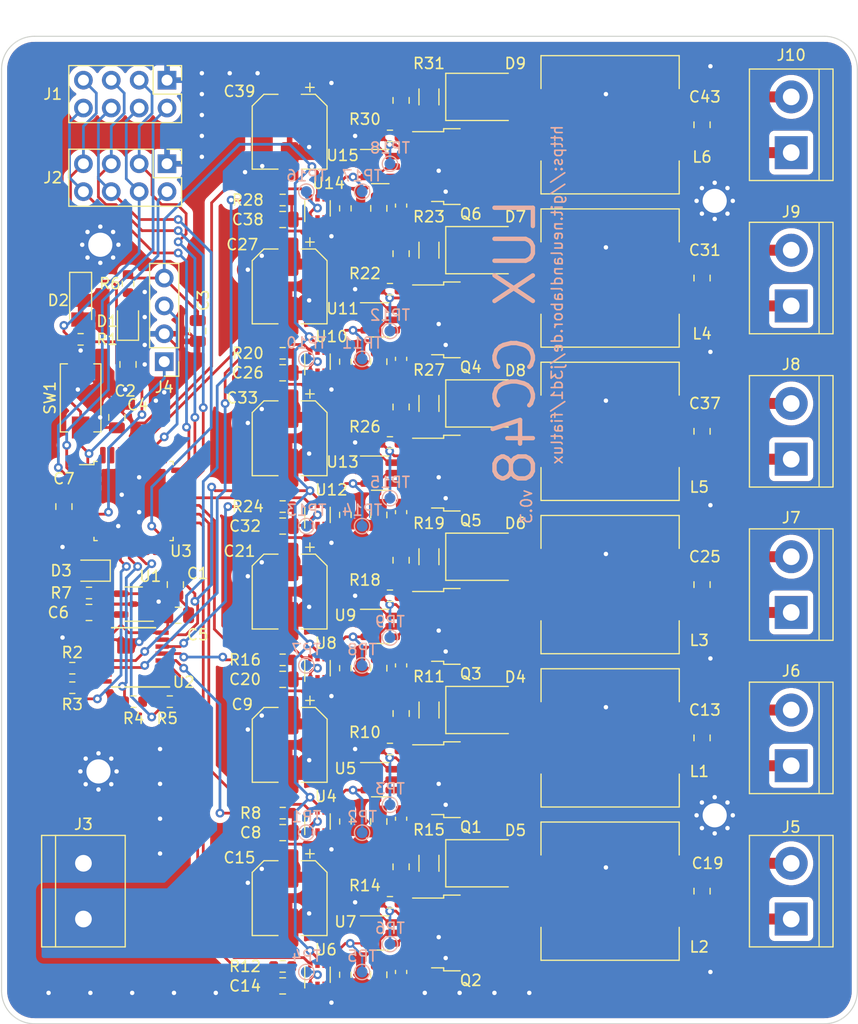
<source format=kicad_pcb>
(kicad_pcb (version 20211014) (generator pcbnew)

  (general
    (thickness 1.6)
  )

  (paper "A4")
  (layers
    (0 "F.Cu" signal)
    (31 "B.Cu" signal)
    (32 "B.Adhes" user "B.Adhesive")
    (33 "F.Adhes" user "F.Adhesive")
    (34 "B.Paste" user)
    (35 "F.Paste" user)
    (36 "B.SilkS" user "B.Silkscreen")
    (37 "F.SilkS" user "F.Silkscreen")
    (38 "B.Mask" user)
    (39 "F.Mask" user)
    (40 "Dwgs.User" user "User.Drawings")
    (41 "Cmts.User" user "User.Comments")
    (42 "Eco1.User" user "User.Eco1")
    (43 "Eco2.User" user "User.Eco2")
    (44 "Edge.Cuts" user)
    (45 "Margin" user)
    (46 "B.CrtYd" user "B.Courtyard")
    (47 "F.CrtYd" user "F.Courtyard")
    (48 "B.Fab" user)
    (49 "F.Fab" user)
    (50 "User.1" user "Nutzer.1")
    (51 "User.2" user "Nutzer.2")
    (52 "User.3" user "Nutzer.3")
    (53 "User.4" user "Nutzer.4")
    (54 "User.5" user "Nutzer.5")
    (55 "User.6" user "Nutzer.6")
    (56 "User.7" user "Nutzer.7")
    (57 "User.8" user "Nutzer.8")
    (58 "User.9" user "Nutzer.9")
  )

  (setup
    (stackup
      (layer "F.SilkS" (type "Top Silk Screen"))
      (layer "F.Paste" (type "Top Solder Paste"))
      (layer "F.Mask" (type "Top Solder Mask") (thickness 0.01))
      (layer "F.Cu" (type "copper") (thickness 0.035))
      (layer "dielectric 1" (type "core") (thickness 1.51) (material "FR4") (epsilon_r 4.5) (loss_tangent 0.02))
      (layer "B.Cu" (type "copper") (thickness 0.035))
      (layer "B.Mask" (type "Bottom Solder Mask") (thickness 0.01))
      (layer "B.Paste" (type "Bottom Solder Paste"))
      (layer "B.SilkS" (type "Bottom Silk Screen"))
      (copper_finish "None")
      (dielectric_constraints no)
    )
    (pad_to_mask_clearance 0)
    (grid_origin 167.894 27.686)
    (pcbplotparams
      (layerselection 0x00010fc_ffffffff)
      (disableapertmacros false)
      (usegerberextensions false)
      (usegerberattributes true)
      (usegerberadvancedattributes true)
      (creategerberjobfile true)
      (svguseinch false)
      (svgprecision 6)
      (excludeedgelayer true)
      (plotframeref false)
      (viasonmask false)
      (mode 1)
      (useauxorigin false)
      (hpglpennumber 1)
      (hpglpenspeed 20)
      (hpglpendiameter 15.000000)
      (dxfpolygonmode true)
      (dxfimperialunits true)
      (dxfusepcbnewfont true)
      (psnegative false)
      (psa4output false)
      (plotreference true)
      (plotvalue true)
      (plotinvisibletext false)
      (sketchpadsonfab false)
      (subtractmaskfromsilk false)
      (outputformat 1)
      (mirror false)
      (drillshape 1)
      (scaleselection 1)
      (outputdirectory "")
    )
  )

  (net 0 "")
  (net 1 "+3V3")
  (net 2 "GND")
  (net 3 "~{BUSRST}")
  (net 4 "Net-(C5-Pad1)")
  (net 5 "Net-(C7-Pad1)")
  (net 6 "/fiatlux_cc48_channel_driver2/DRI_DIM")
  (net 7 "+48V")
  (net 8 "/fiatlux_cc48_channel_driver2/DRI_VCC")
  (net 9 "/fiatlux_cc48_channel_driver2/DRI_COM")
  (net 10 "/fiatlux_cc48_channel_driver2/OUT+")
  (net 11 "/fiatlux_cc48_channel_driver2/OUT-")
  (net 12 "/fiatlux_cc48_channel_driver1/DRI_DIM")
  (net 13 "/fiatlux_cc48_channel_driver1/DRI_VCC")
  (net 14 "/fiatlux_cc48_channel_driver1/DRI_COM")
  (net 15 "/fiatlux_cc48_channel_driver1/OUT+")
  (net 16 "/fiatlux_cc48_channel_driver1/OUT-")
  (net 17 "/fiatlux_cc48_channel_driver3/DRI_DIM")
  (net 18 "/fiatlux_cc48_channel_driver3/DRI_VCC")
  (net 19 "/fiatlux_cc48_channel_driver3/DRI_COM")
  (net 20 "/fiatlux_cc48_channel_driver3/OUT+")
  (net 21 "/fiatlux_cc48_channel_driver3/OUT-")
  (net 22 "/fiatlux_cc48_channel_driver5/DRI_DIM")
  (net 23 "/fiatlux_cc48_channel_driver5/DRI_VCC")
  (net 24 "/fiatlux_cc48_channel_driver5/DRI_COM")
  (net 25 "/fiatlux_cc48_channel_driver5/OUT+")
  (net 26 "/fiatlux_cc48_channel_driver5/OUT-")
  (net 27 "Net-(D1-Pad2)")
  (net 28 "ACT_LED")
  (net 29 "Net-(D3-Pad2)")
  (net 30 "/fiatlux_cc48_channel_driver4/DRI_DIM")
  (net 31 "/fiatlux_cc48_channel_driver4/DRI_VCC")
  (net 32 "/fiatlux_cc48_channel_driver4/DRI_COM")
  (net 33 "/fiatlux_cc48_channel_driver4/OUT+")
  (net 34 "/fiatlux_cc48_channel_driver4/OUT-")
  (net 35 "SWIM")
  (net 36 "/fiatlux_cc48_channel_driver6/DRI_DIM")
  (net 37 "/fiatlux_cc48_channel_driver6/DRI_VCC")
  (net 38 "/fiatlux_cc48_channel_driver6/DRI_COM")
  (net 39 "/fiatlux_cc48_channel_driver6/OUT+")
  (net 40 "/fiatlux_cc48_channel_driver6/OUT-")
  (net 41 "/fiatlux_cc48_channel_driver2/DRI_SOURCE")
  (net 42 "/fiatlux_cc48_channel_driver1/DRI_SOURCE")
  (net 43 "/fiatlux_cc48_channel_driver3/DRI_SOURCE")
  (net 44 "DAC_SYNC")
  (net 45 "Net-(R2-Pad2)")
  (net 46 "SCLK")
  (net 47 "Net-(R3-Pad2)")
  (net 48 "MOSI")
  (net 49 "Net-(R4-Pad2)")
  (net 50 "MISO")
  (net 51 "Net-(R5-Pad2)")
  (net 52 "CH2_DIM")
  (net 53 "Net-(R9-Pad1)")
  (net 54 "CH1_DIM")
  (net 55 "CH3_DIM")
  (net 56 "CH5_DIM")
  (net 57 "CH4_DIM")
  (net 58 "Net-(R21-Pad1)")
  (net 59 "CH6_DIM")
  (net 60 "unconnected-(U1-Pad1)")
  (net 61 "unconnected-(U2-Pad11)")
  (net 62 "unconnected-(U2-Pad12)")
  (net 63 "INIT_{IN}")
  (net 64 "~{INT}")
  (net 65 "INIT_{OUT}")
  (net 66 "unconnected-(U3-Pad9)")
  (net 67 "SW_SCLK")
  (net 68 "SW_MOSI")
  (net 69 "SW_MISO")
  (net 70 "unconnected-(U3-Pad17)")
  (net 71 "CH1_PWM")
  (net 72 "CH2_PWM")
  (net 73 "CH3_PWM")
  (net 74 "CH4_PWM")
  (net 75 "unconnected-(U3-Pad25)")
  (net 76 "unconnected-(U3-Pad27)")
  (net 77 "CH6_PWM")
  (net 78 "CH5_PWM")
  (net 79 "unconnected-(U3-Pad32)")
  (net 80 "/fiatlux_cc48_channel_driver5/DRI_SOURCE")
  (net 81 "/fiatlux_cc48_channel_driver4/DRI_SOURCE")
  (net 82 "/fiatlux_cc48_channel_driver6/DRI_SOURCE")
  (net 83 "/fiatlux_cc48_channel_driver2/DRI_GATE")
  (net 84 "/fiatlux_cc48_channel_driver1/DRI_GATE")
  (net 85 "/fiatlux_cc48_channel_driver3/DRI_GATE")
  (net 86 "/fiatlux_cc48_channel_driver5/DRI_GATE")
  (net 87 "/fiatlux_cc48_channel_driver4/DRI_GATE")
  (net 88 "/fiatlux_cc48_channel_driver6/DRI_GATE")
  (net 89 "unconnected-(U3-Pad30)")
  (net 90 "unconnected-(U3-Pad31)")
  (net 91 "unconnected-(U3-Pad14)")
  (net 92 "unconnected-(U3-Pad15)")
  (net 93 "unconnected-(U3-Pad7)")
  (net 94 "Net-(C12-Pad1)")
  (net 95 "Net-(C18-Pad1)")
  (net 96 "Net-(C24-Pad1)")
  (net 97 "Net-(C30-Pad1)")
  (net 98 "Net-(C36-Pad1)")
  (net 99 "Net-(C42-Pad1)")
  (net 100 "Net-(R13-Pad1)")
  (net 101 "Net-(R17-Pad1)")
  (net 102 "Net-(R25-Pad1)")
  (net 103 "Net-(R29-Pad1)")

  (footprint "Inductor_SMD:L_12x12mm_H8mm" (layer "F.Cu") (at 213.36 73.66 180))

  (footprint "TerminalBlock:TerminalBlock_bornier-2_P5.08mm" (layer "F.Cu") (at 229.87 90.17 90))

  (footprint "Capacitor_SMD:C_0805_2012Metric" (layer "F.Cu") (at 183.515 110.236 180))

  (footprint "Capacitor_SMD:C_0603_1608Metric" (layer "F.Cu") (at 194.31 81.026 -90))

  (footprint "Capacitor_SMD:C_0805_2012Metric" (layer "F.Cu") (at 221.742 87.63 -90))

  (footprint "TerminalBlock:TerminalBlock_bornier-2_P5.08mm" (layer "F.Cu") (at 229.87 76.2 90))

  (footprint "MountingHole:MountingHole_2.2mm_M2_Pad_Via" (layer "F.Cu") (at 222.894 38.686))

  (footprint "Resistor_SMD:R_1206_3216Metric" (layer "F.Cu") (at 196.85 99.06 90))

  (footprint "Diode_SMD:D_SMB" (layer "F.Cu") (at 201.93 57.15))

  (footprint "Connector_PinHeader_2.54mm:PinHeader_1x04_P2.54mm_Vertical" (layer "F.Cu") (at 172.72 53.34 180))

  (footprint "Capacitor_SMD:CP_Elec_6.3x4.5" (layer "F.Cu") (at 184.15 60.325 -90))

  (footprint "Connector_PinHeader_2.54mm:PinHeader_2x04_P2.54mm_Vertical" (layer "F.Cu") (at 172.974 35.306 -90))

  (footprint "Capacitor_SMD:C_0603_1608Metric" (layer "F.Cu") (at 194.31 108.966 -90))

  (footprint "Package_TO_SOT_SMD:SOT-23-6" (layer "F.Cu") (at 192.405 63.5))

  (footprint "Capacitor_SMD:C_0805_2012Metric" (layer "F.Cu") (at 192.278 67.31 -90))

  (footprint "Package_TO_SOT_SMD:SOT-363_SC-70-6" (layer "F.Cu") (at 186.69 81.28 90))

  (footprint "Capacitor_SMD:C_0805_2012Metric" (layer "F.Cu") (at 192.278 109.22 -90))

  (footprint "Package_TO_SOT_SMD:TO-252-2" (layer "F.Cu") (at 200.6655 91.44))

  (footprint "Connector_PinHeader_2.54mm:PinHeader_2x04_P2.54mm_Vertical" (layer "F.Cu") (at 172.974 27.686 -90))

  (footprint "Package_TO_SOT_SMD:TO-252-2" (layer "F.Cu") (at 200.66 77.47))

  (footprint "Resistor_SMD:R_0603_1608Metric" (layer "F.Cu") (at 183.515 80.518))

  (footprint "Diode_SMD:D_SMB" (layer "F.Cu") (at 201.93 29.21))

  (footprint "TerminalBlock:TerminalBlock_bornier-2_P5.08mm" (layer "F.Cu") (at 165.354 99.06 -90))

  (footprint "Diode_SMD:D_SMB" (layer "F.Cu") (at 201.93 99.06))

  (footprint "Diode_SMD:D_SMB" (layer "F.Cu") (at 201.93 43.18))

  (footprint "Capacitor_SMD:C_0805_2012Metric" (layer "F.Cu") (at 192.278 95.25 -90))

  (footprint "MountingHole:MountingHole_2.2mm_M2_Pad_Via" (layer "F.Cu") (at 166.727274 90.686))

  (footprint "Inductor_SMD:L_12x12mm_H8mm" (layer "F.Cu") (at 213.36 45.72 180))

  (footprint "Diode_SMD:D_SMB" (layer "F.Cu") (at 201.9355 85.09))

  (footprint "Capacitor_SMD:CP_Elec_6.3x4.5" (layer "F.Cu") (at 184.15 46.482 -90))

  (footprint "MountingHole:MountingHole_2.2mm_M2_Pad_Via" (layer "F.Cu") (at 166.894 42.686))

  (footprint "Package_TO_SOT_SMD:SOT-23-6" (layer "F.Cu") (at 192.405 35.56))

  (footprint "Capacitor_SMD:C_0805_2012Metric" (layer "F.Cu") (at 221.742 31.75 -90))

  (footprint "Resistor_SMD:R_0603_1608Metric" (layer "F.Cu") (at 189.23 81.28 -90))

  (footprint "Resistor_SMD:R_0603_1608Metric" (layer "F.Cu") (at 164.338 81.28))

  (footprint "LED_SMD:LED_0805_2012Metric" (layer "F.Cu") (at 169.418 49.7055 90))

  (footprint "Capacitor_SMD:C_0805_2012Metric" (layer "F.Cu") (at 173.736 73.66 -90))

  (footprint "Capacitor_SMD:C_0805_2012Metric" (layer "F.Cu") (at 194.31 29.53 90))

  (footprint "Capacitor_SMD:C_0805_2012Metric" (layer "F.Cu") (at 183.5205 96.266 180))

  (footprint "Inductor_SMD:L_12x12mm_H8mm" (layer "F.Cu") (at 213.36 101.6 180))

  (footprint "Capacitor_SMD:C_0805_2012Metric" (layer "F.Cu") (at 183.515 68.326 180))

  (footprint "Package_QFP:LQFP-32_7x7mm_P0.8mm" (layer "F.Cu") (at 169.926 66.04))

  (footprint "Resistor_SMD:R_1206_3216Metric" (layer "F.Cu") (at 196.85 57.15 90))

  (footprint "Package_TO_SOT_SMD:SOT-23-6" (layer "F.Cu") (at 192.405 49.53))

  (footprint "Package_TO_SOT_SMD:SOT-23-6" locked (layer "F.Cu")
    (tedit 5F6F9B37) (tstamp 601629bc-9047-43f0-a1a7-70b6845c984c)
    (at 192.4105 91.44)
    (descr "SOT, 6 Pin (https://www.jedec.org/sites/default/files/docs/Mo-178c.PDF variant AB), generated with kicad-footprint-generator ipc_gullwing_generator.py")
    (tags "SOT TO_SOT_SMD")
    (property "Sheetfile" "fiatlux_cc48_channel_driver.kicad_sch")
    (property "Sheetname" "fiatlux_cc48_channel_driver2")
    (path "/d33c1df4-7e91-4c8a-86ff-6749f0933357/dd58ff45-8682-4c68-9b58-6c676bdc956a")
    (attr smd)
    (fp_text reference "U5" (at -3.1805 -1.016) (layer "F.SilkS")
      (effects (font (size 1 1) (thickness 0.15)))
      (tstamp 0bade7ce-1a13-4feb-803c-c3f66baf92bf)
    )
    (fp_text value "FL7760" (at 0 2.4) (layer "F.Fab")
      (effects (font (size 1 1) (thickness 0.15)))
      (tstamp e67dc1b5-552d-4a86-b7fc-d4910c872ce8)
    )
    (fp_text user "${REFERENCE}" (at 0 0) (layer "F.Fab")
      (effects (font (size 0.4 0.4) (thickness 0.06)))
      (tstamp 9cedf059-2a7a-4be0-8b0e-c4590c506d7a)
    )
    (fp_line (start 0 -1.56) (end -1.8 -1.56) (layer "F.SilkS") (width 0.12) (tstamp 11d2e13d-0b0d-482b-8da4-cb2889ca267b))
    (fp_line (start 0 1.56) (end 0.8 1.56) (layer "F.SilkS") (width 0.12) (tstamp 23322214-2228-4e62-b1d9-ec68a7ca46f0))
    (fp_line (start 0 1.56) (end -0.8 1.56) (layer "F.SilkS") (width 0.12) (tstamp 9ed8f4f5-bb92-456c-b241-7db08792d29e))
    (fp_line (start 0 -1.56) (end 0.8 -1.56) (layer "F.SilkS") (width 0.12) (tstamp f2c29606-64ce-48ac-bcb2-3af38b6bc5d4))
    (fp_line (start 2.05 -1.7) (end -2.05 -1.7) (layer "F.CrtYd") (width 0.05) (tstamp 57578062-ebf7-4e4f-9365-d328a0893ed3))
    (fp_line (start -2.05 1.7) (end 2.05 1.7) (layer "F.CrtYd") (width 0.05) (tstamp 6a68d5a5-a9be-4304-9245-5cc6f5c076f5))
    (fp_line (start -2.05 -1.7) (end -2.05 1.7) (layer "F.CrtYd") (width 0.05) (tstamp ceddde89-1c92-4545-9300-28b712a7d1df))
    (fp_line (start 2.05 1.7) (end 2.05 -1.7) (layer "F.CrtYd") (width 0.05) (tstamp ef61ed00-4820-46f9-b30a-866b70bd2407))
    (fp_line (start -0.8 1.45) (end -0.8 -1.05) (layer "F.Fab") (width 0.1) (tstamp 1b605208-af7c-4c9c-85c0-1ee48363e4db))
    (fp_line (start 0.8 -1.45) (end 0.8 1.45) (layer "F.Fab") (width 0.1) (tstamp 2bfbce2b-2cf6-413e-809b-b69cf8de8e9a))
    (fp_line (start 0.8 1.45) (end -0.8 1.45) (layer "F.Fab") (width 0.1) (tstamp 2ffa18b0-c4a8-43e6-bcec-bf16677fe239))
    (fp_line (start -0.4 -1.45) (end 0.8 -1.45) (layer "F.Fab") (width 0.1) (tstamp a2046139-f264-470d-9ce0-97971b99b57b))
    (fp_line (start -0.8 -1.05) (end -0.4 -1.45) (layer "F.Fab") (width 0.1) (tstamp c84a10f3-ac09-45cc-a71b-f9d09fdb1325))
    (pad "
... [1166659 chars truncated]
</source>
